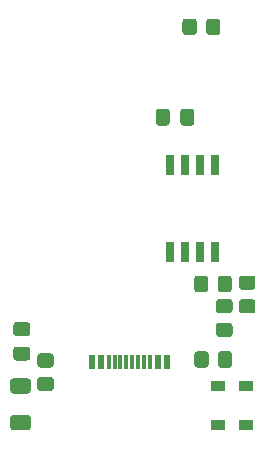
<source format=gbr>
%TF.GenerationSoftware,KiCad,Pcbnew,(5.1.10)-1*%
%TF.CreationDate,2021-10-19T19:02:52-04:00*%
%TF.ProjectId,milk,6d696c6b-2e6b-4696-9361-645f70636258,rev?*%
%TF.SameCoordinates,Original*%
%TF.FileFunction,Paste,Top*%
%TF.FilePolarity,Positive*%
%FSLAX46Y46*%
G04 Gerber Fmt 4.6, Leading zero omitted, Abs format (unit mm)*
G04 Created by KiCad (PCBNEW (5.1.10)-1) date 2021-10-19 19:02:52*
%MOMM*%
%LPD*%
G01*
G04 APERTURE LIST*
%ADD10R,0.300000X1.300000*%
%ADD11R,0.600000X1.300000*%
%ADD12R,0.650000X1.700000*%
%ADD13R,1.200000X0.900000*%
G04 APERTURE END LIST*
%TO.C,C2*%
G36*
G01*
X198069220Y-89810080D02*
X197119220Y-89810080D01*
G75*
G02*
X196869220Y-89560080I0J250000D01*
G01*
X196869220Y-88885080D01*
G75*
G02*
X197119220Y-88635080I250000J0D01*
G01*
X198069220Y-88635080D01*
G75*
G02*
X198319220Y-88885080I0J-250000D01*
G01*
X198319220Y-89560080D01*
G75*
G02*
X198069220Y-89810080I-250000J0D01*
G01*
G37*
G36*
G01*
X198069220Y-91885080D02*
X197119220Y-91885080D01*
G75*
G02*
X196869220Y-91635080I0J250000D01*
G01*
X196869220Y-90960080D01*
G75*
G02*
X197119220Y-90710080I250000J0D01*
G01*
X198069220Y-90710080D01*
G75*
G02*
X198319220Y-90960080I0J-250000D01*
G01*
X198319220Y-91635080D01*
G75*
G02*
X198069220Y-91885080I-250000J0D01*
G01*
G37*
%TD*%
D10*
%TO.C,J1*%
X208445040Y-91994080D03*
X207945040Y-91994080D03*
X207445040Y-91994080D03*
X206945040Y-91994080D03*
X206445040Y-91994080D03*
X205945040Y-91994080D03*
X205445040Y-91994080D03*
X204945040Y-91994080D03*
D11*
X209095040Y-91994080D03*
X209895040Y-91994080D03*
X204295040Y-91994080D03*
X203495040Y-91994080D03*
%TD*%
%TO.C,R6*%
G36*
G01*
X212397900Y-63184619D02*
X212397900Y-64084621D01*
G75*
G02*
X212147901Y-64334620I-249999J0D01*
G01*
X211447899Y-64334620D01*
G75*
G02*
X211197900Y-64084621I0J249999D01*
G01*
X211197900Y-63184619D01*
G75*
G02*
X211447899Y-62934620I249999J0D01*
G01*
X212147901Y-62934620D01*
G75*
G02*
X212397900Y-63184619I0J-249999D01*
G01*
G37*
G36*
G01*
X214397900Y-63184619D02*
X214397900Y-64084621D01*
G75*
G02*
X214147901Y-64334620I-249999J0D01*
G01*
X213447899Y-64334620D01*
G75*
G02*
X213197900Y-64084621I0J249999D01*
G01*
X213197900Y-63184619D01*
G75*
G02*
X213447899Y-62934620I249999J0D01*
G01*
X214147901Y-62934620D01*
G75*
G02*
X214397900Y-63184619I0J-249999D01*
G01*
G37*
%TD*%
D12*
%TO.C,U1*%
X210151980Y-75364320D03*
X211421980Y-75364320D03*
X212691980Y-75364320D03*
X213961980Y-75364320D03*
X213961980Y-82664320D03*
X212691980Y-82664320D03*
X211421980Y-82664320D03*
X210151980Y-82664320D03*
%TD*%
%TO.C,R5*%
G36*
G01*
X215184141Y-87885320D02*
X214284139Y-87885320D01*
G75*
G02*
X214034140Y-87635321I0J249999D01*
G01*
X214034140Y-86935319D01*
G75*
G02*
X214284139Y-86685320I249999J0D01*
G01*
X215184141Y-86685320D01*
G75*
G02*
X215434140Y-86935319I0J-249999D01*
G01*
X215434140Y-87635321D01*
G75*
G02*
X215184141Y-87885320I-249999J0D01*
G01*
G37*
G36*
G01*
X215184141Y-89885320D02*
X214284139Y-89885320D01*
G75*
G02*
X214034140Y-89635321I0J249999D01*
G01*
X214034140Y-88935319D01*
G75*
G02*
X214284139Y-88685320I249999J0D01*
G01*
X215184141Y-88685320D01*
G75*
G02*
X215434140Y-88935319I0J-249999D01*
G01*
X215434140Y-89635321D01*
G75*
G02*
X215184141Y-89885320I-249999J0D01*
G01*
G37*
%TD*%
%TO.C,R4*%
G36*
G01*
X216224699Y-86695740D02*
X217124701Y-86695740D01*
G75*
G02*
X217374700Y-86945739I0J-249999D01*
G01*
X217374700Y-87645741D01*
G75*
G02*
X217124701Y-87895740I-249999J0D01*
G01*
X216224699Y-87895740D01*
G75*
G02*
X215974700Y-87645741I0J249999D01*
G01*
X215974700Y-86945739D01*
G75*
G02*
X216224699Y-86695740I249999J0D01*
G01*
G37*
G36*
G01*
X216224300Y-84695740D02*
X217125100Y-84695740D01*
G75*
G02*
X217374700Y-84945340I0J-249600D01*
G01*
X217374700Y-85646140D01*
G75*
G02*
X217125100Y-85895740I-249600J0D01*
G01*
X216224300Y-85895740D01*
G75*
G02*
X215974700Y-85646140I0J249600D01*
G01*
X215974700Y-84945340D01*
G75*
G02*
X216224300Y-84695740I249600J0D01*
G01*
G37*
%TD*%
%TO.C,R3*%
G36*
G01*
X214184940Y-85847341D02*
X214184940Y-84947339D01*
G75*
G02*
X214434939Y-84697340I249999J0D01*
G01*
X215134941Y-84697340D01*
G75*
G02*
X215384940Y-84947339I0J-249999D01*
G01*
X215384940Y-85847341D01*
G75*
G02*
X215134941Y-86097340I-249999J0D01*
G01*
X214434939Y-86097340D01*
G75*
G02*
X214184940Y-85847341I0J249999D01*
G01*
G37*
G36*
G01*
X212184940Y-85847740D02*
X212184940Y-84946940D01*
G75*
G02*
X212434540Y-84697340I249600J0D01*
G01*
X213135340Y-84697340D01*
G75*
G02*
X213384940Y-84946940I0J-249600D01*
G01*
X213384940Y-85847740D01*
G75*
G02*
X213135340Y-86097340I-249600J0D01*
G01*
X212434540Y-86097340D01*
G75*
G02*
X212184940Y-85847740I0J249600D01*
G01*
G37*
%TD*%
%TO.C,R2*%
G36*
G01*
X214201200Y-92250681D02*
X214201200Y-91350679D01*
G75*
G02*
X214451199Y-91100680I249999J0D01*
G01*
X215151201Y-91100680D01*
G75*
G02*
X215401200Y-91350679I0J-249999D01*
G01*
X215401200Y-92250681D01*
G75*
G02*
X215151201Y-92500680I-249999J0D01*
G01*
X214451199Y-92500680D01*
G75*
G02*
X214201200Y-92250681I0J249999D01*
G01*
G37*
G36*
G01*
X212201200Y-92250681D02*
X212201200Y-91350679D01*
G75*
G02*
X212451199Y-91100680I249999J0D01*
G01*
X213151201Y-91100680D01*
G75*
G02*
X213401200Y-91350679I0J-249999D01*
G01*
X213401200Y-92250681D01*
G75*
G02*
X213151201Y-92500680I-249999J0D01*
G01*
X212451199Y-92500680D01*
G75*
G02*
X212201200Y-92250681I0J249999D01*
G01*
G37*
%TD*%
%TO.C,R1*%
G36*
G01*
X200053361Y-92477640D02*
X199153359Y-92477640D01*
G75*
G02*
X198903360Y-92227641I0J249999D01*
G01*
X198903360Y-91527639D01*
G75*
G02*
X199153359Y-91277640I249999J0D01*
G01*
X200053361Y-91277640D01*
G75*
G02*
X200303360Y-91527639I0J-249999D01*
G01*
X200303360Y-92227641D01*
G75*
G02*
X200053361Y-92477640I-249999J0D01*
G01*
G37*
G36*
G01*
X200053361Y-94477640D02*
X199153359Y-94477640D01*
G75*
G02*
X198903360Y-94227641I0J249999D01*
G01*
X198903360Y-93527639D01*
G75*
G02*
X199153359Y-93277640I249999J0D01*
G01*
X200053361Y-93277640D01*
G75*
G02*
X200303360Y-93527639I0J-249999D01*
G01*
X200303360Y-94227641D01*
G75*
G02*
X200053361Y-94477640I-249999J0D01*
G01*
G37*
%TD*%
%TO.C,F1*%
G36*
G01*
X196857459Y-96485880D02*
X198107461Y-96485880D01*
G75*
G02*
X198357460Y-96735879I0J-249999D01*
G01*
X198357460Y-97535881D01*
G75*
G02*
X198107461Y-97785880I-249999J0D01*
G01*
X196857459Y-97785880D01*
G75*
G02*
X196607460Y-97535881I0J249999D01*
G01*
X196607460Y-96735879D01*
G75*
G02*
X196857459Y-96485880I249999J0D01*
G01*
G37*
G36*
G01*
X196857459Y-93385880D02*
X198107461Y-93385880D01*
G75*
G02*
X198357460Y-93635879I0J-249999D01*
G01*
X198357460Y-94435881D01*
G75*
G02*
X198107461Y-94685880I-249999J0D01*
G01*
X196857459Y-94685880D01*
G75*
G02*
X196607460Y-94435881I0J249999D01*
G01*
X196607460Y-93635879D01*
G75*
G02*
X196857459Y-93385880I249999J0D01*
G01*
G37*
%TD*%
D13*
%TO.C,D2*%
X216568020Y-97379060D03*
X216568020Y-94079060D03*
%TD*%
%TO.C,D1*%
X214215980Y-97379060D03*
X214215980Y-94079060D03*
%TD*%
%TO.C,C1*%
G36*
G01*
X211017360Y-71755020D02*
X211017360Y-70805020D01*
G75*
G02*
X211267360Y-70555020I250000J0D01*
G01*
X211942360Y-70555020D01*
G75*
G02*
X212192360Y-70805020I0J-250000D01*
G01*
X212192360Y-71755020D01*
G75*
G02*
X211942360Y-72005020I-250000J0D01*
G01*
X211267360Y-72005020D01*
G75*
G02*
X211017360Y-71755020I0J250000D01*
G01*
G37*
G36*
G01*
X208942360Y-71755020D02*
X208942360Y-70805020D01*
G75*
G02*
X209192360Y-70555020I250000J0D01*
G01*
X209867360Y-70555020D01*
G75*
G02*
X210117360Y-70805020I0J-250000D01*
G01*
X210117360Y-71755020D01*
G75*
G02*
X209867360Y-72005020I-250000J0D01*
G01*
X209192360Y-72005020D01*
G75*
G02*
X208942360Y-71755020I0J250000D01*
G01*
G37*
%TD*%
M02*

</source>
